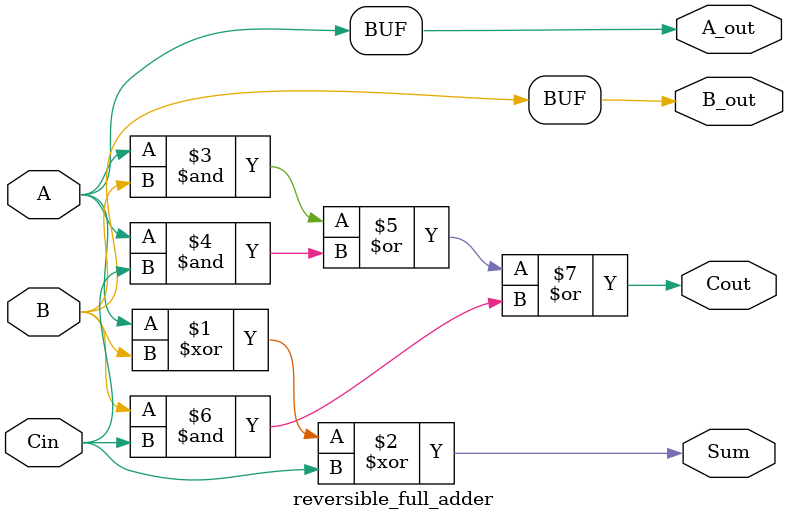
<source format=v>

module reversible_full_adder(
    input  wire A,
    input  wire B,
    input  wire Cin,
    output wire A_out,
    output wire B_out,
    output wire Sum,
    output wire Cout
);
    // preserve inputs
    assign A_out = A;
    assign B_out = B;

    // sum and carry (classical)
    assign Sum  = A ^ B ^ Cin;
    assign Cout = (A & B) | (A & Cin) | (B & Cin);
endmodule


</source>
